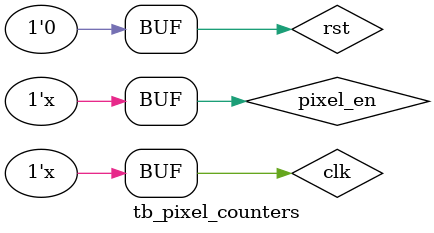
<source format=v>
`timescale 1ns / 1ps


module tb_pixel_counters;

	// Inputs
	reg pixel_en;
	reg clk;
	reg rst;

	// Outputs
	wire [9:0] horiz_pixel_count;
	wire [9:0] vert_pixel_count;
	wire hOutValid;
	wire vOutValid;
	wire hSync;
	wire vSync;
	// Instantiate the Unit Under Test (UUT)
	vga_counter uut (
		.pixel_en(pixel_en), 
		.clk(clk), 
		.rst(rst), 
		.horiz_pixel_count(horiz_pixel_count), 
		.vert_pixel_count(vert_pixel_count),
		.hSync(hSync),
		.vSync(vSync),
		.vOutValid(vOutValid),
		.hOutValid(hOutValid)
	);

	initial begin
		// Initialize Inputs
		pixel_en = 0;
		clk = 0;
		rst = 0;
		
		// Wait 100 ns for global reset to finish
		#100;
      rst = 1;
		#5;
		rst= 0;
		// Add stimulus here
		
	end
	
	always #5 clk = ~clk;
   always #10 pixel_en = ~pixel_en;   
endmodule


</source>
